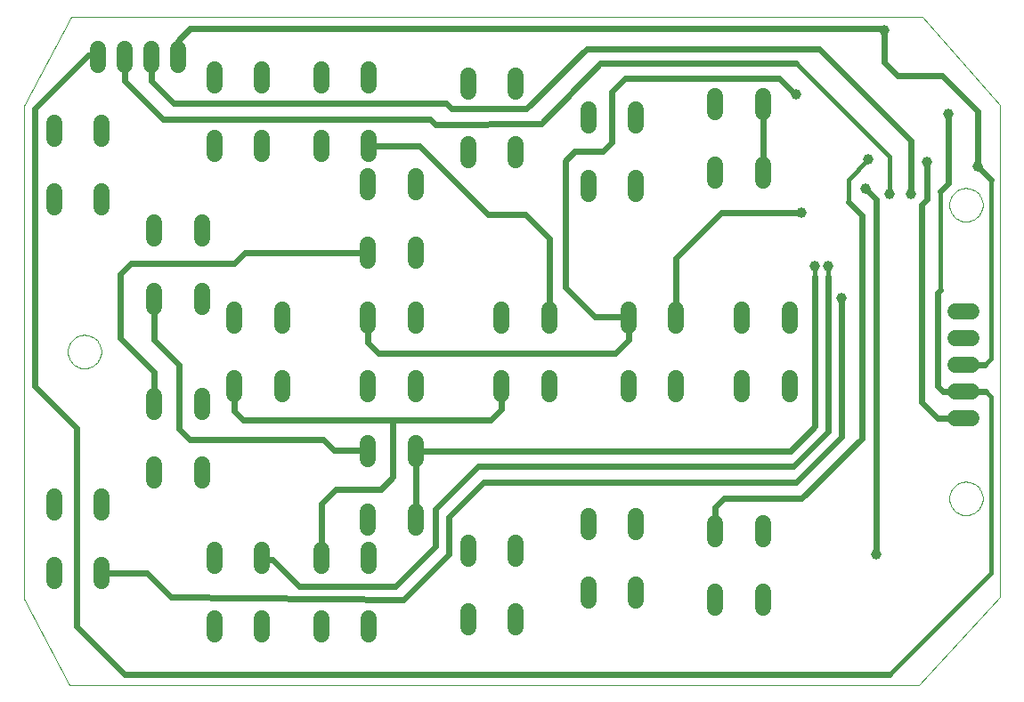
<source format=gbl>
G75*
G70*
%OFA0B0*%
%FSLAX24Y24*%
%IPPOS*%
%LPD*%
%AMOC8*
5,1,8,0,0,1.08239X$1,22.5*
%
%ADD10C,0.0000*%
%ADD11C,0.0600*%
%ADD12C,0.0594*%
%ADD13C,0.0240*%
%ADD14C,0.0160*%
%ADD15C,0.0396*%
%ADD16C,0.0200*%
%ADD17C,0.0120*%
D10*
X001917Y000100D02*
X033717Y000100D01*
X036737Y003400D01*
X036737Y021846D01*
X033821Y025146D01*
X001967Y025150D01*
X000217Y021796D01*
X000217Y003350D01*
X001917Y000100D01*
X001842Y012600D02*
X001844Y012650D01*
X001850Y012699D01*
X001860Y012748D01*
X001873Y012795D01*
X001891Y012842D01*
X001912Y012887D01*
X001936Y012930D01*
X001964Y012971D01*
X001995Y013010D01*
X002029Y013046D01*
X002066Y013080D01*
X002106Y013110D01*
X002147Y013137D01*
X002191Y013161D01*
X002236Y013181D01*
X002283Y013197D01*
X002331Y013210D01*
X002380Y013219D01*
X002430Y013224D01*
X002479Y013225D01*
X002529Y013222D01*
X002578Y013215D01*
X002627Y013204D01*
X002674Y013190D01*
X002720Y013171D01*
X002765Y013149D01*
X002808Y013124D01*
X002848Y013095D01*
X002886Y013063D01*
X002922Y013029D01*
X002955Y012991D01*
X002984Y012951D01*
X003010Y012909D01*
X003033Y012865D01*
X003052Y012819D01*
X003068Y012772D01*
X003080Y012723D01*
X003088Y012674D01*
X003092Y012625D01*
X003092Y012575D01*
X003088Y012526D01*
X003080Y012477D01*
X003068Y012428D01*
X003052Y012381D01*
X003033Y012335D01*
X003010Y012291D01*
X002984Y012249D01*
X002955Y012209D01*
X002922Y012171D01*
X002886Y012137D01*
X002848Y012105D01*
X002808Y012076D01*
X002765Y012051D01*
X002720Y012029D01*
X002674Y012010D01*
X002627Y011996D01*
X002578Y011985D01*
X002529Y011978D01*
X002479Y011975D01*
X002430Y011976D01*
X002380Y011981D01*
X002331Y011990D01*
X002283Y012003D01*
X002236Y012019D01*
X002191Y012039D01*
X002147Y012063D01*
X002106Y012090D01*
X002066Y012120D01*
X002029Y012154D01*
X001995Y012190D01*
X001964Y012229D01*
X001936Y012270D01*
X001912Y012313D01*
X001891Y012358D01*
X001873Y012405D01*
X001860Y012452D01*
X001850Y012501D01*
X001844Y012550D01*
X001842Y012600D01*
X034842Y007100D02*
X034844Y007150D01*
X034850Y007199D01*
X034860Y007248D01*
X034873Y007295D01*
X034891Y007342D01*
X034912Y007387D01*
X034936Y007430D01*
X034964Y007471D01*
X034995Y007510D01*
X035029Y007546D01*
X035066Y007580D01*
X035106Y007610D01*
X035147Y007637D01*
X035191Y007661D01*
X035236Y007681D01*
X035283Y007697D01*
X035331Y007710D01*
X035380Y007719D01*
X035430Y007724D01*
X035479Y007725D01*
X035529Y007722D01*
X035578Y007715D01*
X035627Y007704D01*
X035674Y007690D01*
X035720Y007671D01*
X035765Y007649D01*
X035808Y007624D01*
X035848Y007595D01*
X035886Y007563D01*
X035922Y007529D01*
X035955Y007491D01*
X035984Y007451D01*
X036010Y007409D01*
X036033Y007365D01*
X036052Y007319D01*
X036068Y007272D01*
X036080Y007223D01*
X036088Y007174D01*
X036092Y007125D01*
X036092Y007075D01*
X036088Y007026D01*
X036080Y006977D01*
X036068Y006928D01*
X036052Y006881D01*
X036033Y006835D01*
X036010Y006791D01*
X035984Y006749D01*
X035955Y006709D01*
X035922Y006671D01*
X035886Y006637D01*
X035848Y006605D01*
X035808Y006576D01*
X035765Y006551D01*
X035720Y006529D01*
X035674Y006510D01*
X035627Y006496D01*
X035578Y006485D01*
X035529Y006478D01*
X035479Y006475D01*
X035430Y006476D01*
X035380Y006481D01*
X035331Y006490D01*
X035283Y006503D01*
X035236Y006519D01*
X035191Y006539D01*
X035147Y006563D01*
X035106Y006590D01*
X035066Y006620D01*
X035029Y006654D01*
X034995Y006690D01*
X034964Y006729D01*
X034936Y006770D01*
X034912Y006813D01*
X034891Y006858D01*
X034873Y006905D01*
X034860Y006952D01*
X034850Y007001D01*
X034844Y007050D01*
X034842Y007100D01*
X034842Y018100D02*
X034844Y018150D01*
X034850Y018199D01*
X034860Y018248D01*
X034873Y018295D01*
X034891Y018342D01*
X034912Y018387D01*
X034936Y018430D01*
X034964Y018471D01*
X034995Y018510D01*
X035029Y018546D01*
X035066Y018580D01*
X035106Y018610D01*
X035147Y018637D01*
X035191Y018661D01*
X035236Y018681D01*
X035283Y018697D01*
X035331Y018710D01*
X035380Y018719D01*
X035430Y018724D01*
X035479Y018725D01*
X035529Y018722D01*
X035578Y018715D01*
X035627Y018704D01*
X035674Y018690D01*
X035720Y018671D01*
X035765Y018649D01*
X035808Y018624D01*
X035848Y018595D01*
X035886Y018563D01*
X035922Y018529D01*
X035955Y018491D01*
X035984Y018451D01*
X036010Y018409D01*
X036033Y018365D01*
X036052Y018319D01*
X036068Y018272D01*
X036080Y018223D01*
X036088Y018174D01*
X036092Y018125D01*
X036092Y018075D01*
X036088Y018026D01*
X036080Y017977D01*
X036068Y017928D01*
X036052Y017881D01*
X036033Y017835D01*
X036010Y017791D01*
X035984Y017749D01*
X035955Y017709D01*
X035922Y017671D01*
X035886Y017637D01*
X035848Y017605D01*
X035808Y017576D01*
X035765Y017551D01*
X035720Y017529D01*
X035674Y017510D01*
X035627Y017496D01*
X035578Y017485D01*
X035529Y017478D01*
X035479Y017475D01*
X035430Y017476D01*
X035380Y017481D01*
X035331Y017490D01*
X035283Y017503D01*
X035236Y017519D01*
X035191Y017539D01*
X035147Y017563D01*
X035106Y017590D01*
X035066Y017620D01*
X035029Y017654D01*
X034995Y017690D01*
X034964Y017729D01*
X034936Y017770D01*
X034912Y017813D01*
X034891Y017858D01*
X034873Y017905D01*
X034860Y017952D01*
X034850Y018001D01*
X034844Y018050D01*
X034842Y018100D01*
D11*
X028857Y014180D02*
X028857Y013580D01*
X027077Y013580D02*
X027077Y014180D01*
X024607Y014180D02*
X024607Y013580D01*
X022827Y013580D02*
X022827Y014180D01*
X019857Y014180D02*
X019857Y013580D01*
X018077Y013580D02*
X018077Y014180D01*
X014857Y014180D02*
X014857Y013580D01*
X013077Y013580D02*
X013077Y014180D01*
X013077Y016020D02*
X013077Y016620D01*
X014857Y016620D02*
X014857Y016020D01*
X014857Y018580D02*
X014857Y019180D01*
X013077Y019180D02*
X013077Y018580D01*
X013107Y020020D02*
X013107Y020620D01*
X011327Y020620D02*
X011327Y020020D01*
X009107Y020020D02*
X009107Y020620D01*
X007327Y020620D02*
X007327Y020020D01*
X007327Y022580D02*
X007327Y023180D01*
X009107Y023180D02*
X009107Y022580D01*
X011327Y022580D02*
X011327Y023180D01*
X013107Y023180D02*
X013107Y022580D01*
X016827Y022330D02*
X016827Y022930D01*
X018607Y022930D02*
X018607Y022330D01*
X021327Y021680D02*
X021327Y021080D01*
X023107Y021080D02*
X023107Y021680D01*
X026077Y021580D02*
X026077Y022180D01*
X027857Y022180D02*
X027857Y021580D01*
X027857Y019620D02*
X027857Y019020D01*
X026077Y019020D02*
X026077Y019620D01*
X023107Y019120D02*
X023107Y018520D01*
X021327Y018520D02*
X021327Y019120D01*
X018607Y019770D02*
X018607Y020370D01*
X016827Y020370D02*
X016827Y019770D01*
X009857Y014180D02*
X009857Y013580D01*
X008077Y013580D02*
X008077Y014180D01*
X006857Y014270D02*
X006857Y014870D01*
X005077Y014870D02*
X005077Y014270D01*
X005077Y016830D02*
X005077Y017430D01*
X006857Y017430D02*
X006857Y016830D01*
X003107Y018020D02*
X003107Y018620D01*
X001327Y018620D02*
X001327Y018020D01*
X001327Y020580D02*
X001327Y021180D01*
X003107Y021180D02*
X003107Y020580D01*
X008077Y011620D02*
X008077Y011020D01*
X006857Y010930D02*
X006857Y010330D01*
X005077Y010330D02*
X005077Y010930D01*
X005077Y008370D02*
X005077Y007770D01*
X006857Y007770D02*
X006857Y008370D01*
X003107Y007180D02*
X003107Y006580D01*
X001327Y006580D02*
X001327Y007180D01*
X001327Y004620D02*
X001327Y004020D01*
X003107Y004020D02*
X003107Y004620D01*
X007327Y004580D02*
X007327Y005180D01*
X009107Y005180D02*
X009107Y004580D01*
X011327Y004580D02*
X011327Y005180D01*
X013107Y005180D02*
X013107Y004580D01*
X013077Y006020D02*
X013077Y006620D01*
X014857Y006620D02*
X014857Y006020D01*
X016827Y005430D02*
X016827Y004830D01*
X018607Y004830D02*
X018607Y005430D01*
X021327Y005830D02*
X021327Y006430D01*
X023107Y006430D02*
X023107Y005830D01*
X023107Y003870D02*
X023107Y003270D01*
X021327Y003270D02*
X021327Y003870D01*
X018607Y002870D02*
X018607Y002270D01*
X016827Y002270D02*
X016827Y002870D01*
X013107Y002620D02*
X013107Y002020D01*
X011327Y002020D02*
X011327Y002620D01*
X009107Y002620D02*
X009107Y002020D01*
X007327Y002020D02*
X007327Y002620D01*
X013077Y008580D02*
X013077Y009180D01*
X014857Y009180D02*
X014857Y008580D01*
X014857Y011020D02*
X014857Y011620D01*
X013077Y011620D02*
X013077Y011020D01*
X009857Y011020D02*
X009857Y011620D01*
X018077Y011620D02*
X018077Y011020D01*
X019857Y011020D02*
X019857Y011620D01*
X022827Y011620D02*
X022827Y011020D01*
X024607Y011020D02*
X024607Y011620D01*
X027077Y011620D02*
X027077Y011020D01*
X028857Y011020D02*
X028857Y011620D01*
X027857Y006180D02*
X027857Y005580D01*
X026077Y005580D02*
X026077Y006180D01*
X026077Y003620D02*
X026077Y003020D01*
X027857Y003020D02*
X027857Y003620D01*
D12*
X035070Y010100D02*
X035664Y010100D01*
X035664Y011100D02*
X035070Y011100D01*
X035070Y012100D02*
X035664Y012100D01*
X035664Y013100D02*
X035070Y013100D01*
X035070Y014100D02*
X035664Y014100D01*
X005967Y023353D02*
X005967Y023947D01*
X004967Y023947D02*
X004967Y023353D01*
X003967Y023353D02*
X003967Y023947D01*
X002967Y023947D02*
X002967Y023353D01*
D13*
X002967Y023650D02*
X002917Y023700D01*
X002617Y023700D01*
X000617Y021700D01*
X000617Y011300D01*
X002167Y009750D01*
X002167Y002300D01*
X003967Y000500D01*
X032617Y000500D01*
X032117Y005000D02*
X032117Y018300D01*
X031567Y017700D02*
X031067Y018200D01*
X031567Y017700D02*
X031567Y009350D01*
X029317Y007100D01*
X026417Y007100D01*
X026077Y006760D01*
X026077Y005880D01*
X029117Y007700D02*
X030817Y009400D01*
X030817Y014600D01*
X030317Y015400D02*
X030317Y009600D01*
X029017Y008300D01*
X017217Y008300D01*
X015617Y006700D01*
X015617Y005300D01*
X014117Y003800D01*
X010517Y003800D01*
X009517Y004800D01*
X009317Y004800D01*
X009117Y005000D01*
X009117Y004900D01*
X011327Y004880D02*
X011327Y006910D01*
X011867Y007450D01*
X013567Y007450D01*
X014017Y007900D01*
X014017Y010050D01*
X017667Y010050D01*
X018067Y010450D01*
X018067Y011300D01*
X014857Y008880D02*
X014857Y006320D01*
X016117Y006400D02*
X017417Y007700D01*
X029117Y007700D01*
X028897Y008880D02*
X029817Y009800D01*
X029817Y015400D01*
X029317Y017800D02*
X026317Y017800D01*
X024617Y016100D01*
X024617Y013900D01*
X022827Y013880D02*
X022827Y013050D01*
X022327Y012550D01*
X013467Y012550D01*
X013077Y012940D01*
X013077Y013880D01*
X013057Y016300D02*
X013077Y016320D01*
X013057Y016300D02*
X008467Y016300D01*
X008067Y015900D01*
X004217Y015900D01*
X003817Y015500D01*
X003817Y013100D01*
X005067Y011850D01*
X005067Y010640D01*
X005077Y010630D01*
X006017Y009700D02*
X006417Y009300D01*
X011417Y009300D01*
X011817Y008900D01*
X013057Y008900D01*
X013077Y008880D01*
X014017Y010050D02*
X008417Y010050D01*
X008077Y010390D01*
X008077Y011320D01*
X006017Y012100D02*
X006017Y009700D01*
X006017Y012100D02*
X005077Y013040D01*
X005077Y014570D01*
X013107Y020320D02*
X014997Y020320D01*
X017567Y017750D01*
X018967Y017750D01*
X019867Y016850D01*
X019867Y013900D01*
X019867Y013890D01*
X020467Y015000D02*
X021567Y013900D01*
X022807Y013900D01*
X022827Y013880D01*
X020467Y015000D02*
X020467Y019750D01*
X020817Y020100D01*
X021867Y020100D01*
X022217Y020450D01*
X022217Y022350D01*
X022717Y022850D01*
X028467Y022850D01*
X029067Y022250D01*
X029117Y022250D01*
X027857Y021880D02*
X027857Y019320D01*
X032417Y023450D02*
X032917Y022950D01*
X034567Y022950D01*
X035917Y021600D01*
X035917Y019550D01*
X036417Y019050D01*
X034817Y018900D02*
X034517Y018600D01*
X034817Y018900D02*
X034817Y021500D01*
X033417Y020500D02*
X033417Y018500D01*
X033817Y018100D02*
X034017Y018300D01*
X034017Y019700D01*
X033417Y020500D02*
X029967Y023950D01*
X021267Y023950D01*
X019017Y021700D01*
X016217Y021700D01*
X016017Y021900D01*
X005817Y021900D01*
X004967Y022750D01*
X004967Y023650D01*
X005967Y023650D02*
X005967Y024250D01*
X006417Y024700D01*
X032367Y024700D01*
X032417Y024650D01*
X032417Y023450D01*
X029117Y023400D02*
X021767Y023400D01*
X019567Y021150D01*
X015617Y021100D01*
X015417Y021300D01*
X005417Y021300D01*
X003967Y022750D01*
X003967Y023650D01*
X014857Y008880D02*
X028897Y008880D01*
X033817Y010700D02*
X033817Y018100D01*
X034517Y014900D02*
X034417Y014800D01*
X034417Y011300D01*
X034617Y011100D01*
X035367Y011100D01*
X036217Y011100D01*
X035367Y010100D02*
X034417Y010100D01*
X033817Y010700D01*
X035367Y012100D02*
X036167Y012100D01*
X016117Y006400D02*
X016117Y005000D01*
X014417Y003300D01*
X005717Y003400D01*
X004797Y004320D01*
X003107Y004320D01*
D14*
X029817Y015400D02*
X029817Y015800D01*
X030317Y015800D02*
X030317Y015400D01*
X034517Y014900D02*
X034517Y018600D01*
X032617Y018500D02*
X032617Y019900D01*
X029117Y023400D01*
X031817Y019800D02*
X031067Y019050D01*
X031067Y018200D01*
X036417Y019050D02*
X036417Y012350D01*
X036167Y012100D01*
X036217Y011100D02*
X036417Y010900D01*
X036417Y004300D01*
X032617Y000500D01*
D15*
X032117Y005000D03*
X030817Y014600D03*
X030317Y015800D03*
X029817Y015800D03*
X029317Y017800D03*
X031717Y018700D03*
X032617Y018500D03*
X033417Y018500D03*
X034017Y019700D03*
X035917Y019550D03*
X034817Y021500D03*
X031817Y019800D03*
X029117Y022250D03*
X032417Y024650D03*
D16*
X031717Y018700D02*
X032117Y018300D01*
X024617Y013900D02*
X024607Y013880D01*
D17*
X019917Y013900D02*
X019857Y013880D01*
X019867Y013900D02*
X019917Y013900D01*
X018117Y011300D02*
X018067Y011300D01*
X018077Y011320D02*
X018117Y011300D01*
X009117Y004900D02*
X009107Y004880D01*
M02*

</source>
